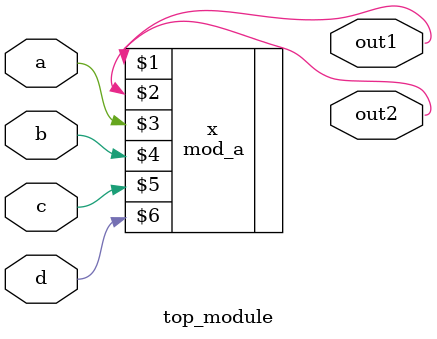
<source format=v>
module top_module ( 
    input a, 
    input b, 
    input c,
    input d,
    output out1,
    output out2
);
    mod_a x(out1,out2,a,b,c,d);
endmodule

</source>
